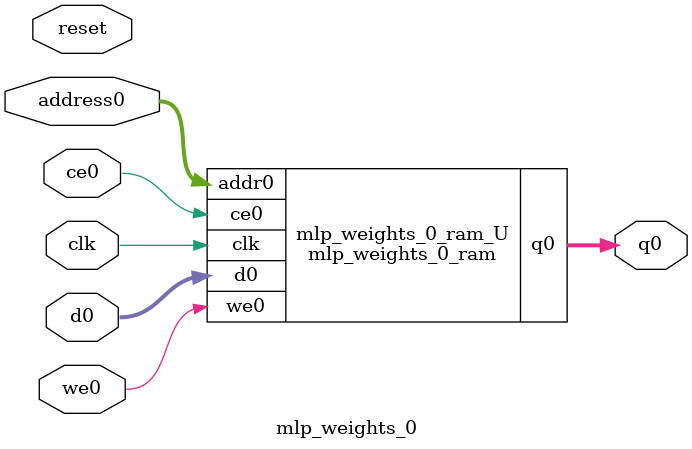
<source format=v>
`timescale 1 ns / 1 ps
module mlp_weights_0_ram (addr0, ce0, d0, we0, q0,  clk);

parameter DWIDTH = 32;
parameter AWIDTH = 10;
parameter MEM_SIZE = 561;

input[AWIDTH-1:0] addr0;
input ce0;
input[DWIDTH-1:0] d0;
input we0;
output reg[DWIDTH-1:0] q0;
input clk;

reg [DWIDTH-1:0] ram[0:MEM_SIZE-1];




always @(posedge clk)  
begin 
    if (ce0) begin
        if (we0) 
            ram[addr0] <= d0; 
        q0 <= ram[addr0];
    end
end


endmodule

`timescale 1 ns / 1 ps
module mlp_weights_0(
    reset,
    clk,
    address0,
    ce0,
    we0,
    d0,
    q0);

parameter DataWidth = 32'd32;
parameter AddressRange = 32'd561;
parameter AddressWidth = 32'd10;
input reset;
input clk;
input[AddressWidth - 1:0] address0;
input ce0;
input we0;
input[DataWidth - 1:0] d0;
output[DataWidth - 1:0] q0;



mlp_weights_0_ram mlp_weights_0_ram_U(
    .clk( clk ),
    .addr0( address0 ),
    .ce0( ce0 ),
    .we0( we0 ),
    .d0( d0 ),
    .q0( q0 ));

endmodule


</source>
